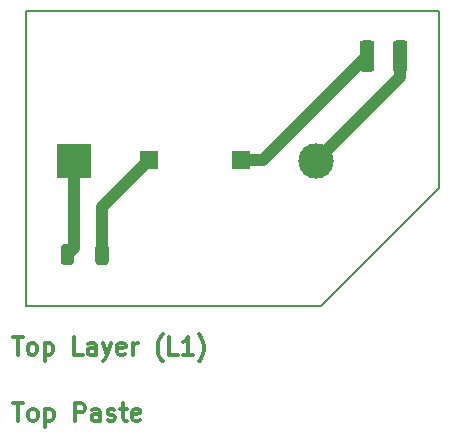
<source format=gbr>
%TF.GenerationSoftware,KiCad,Pcbnew,(5.1.9)-1*%
%TF.CreationDate,2024-06-03T11:22:04+08:00*%
%TF.ProjectId,task1,7461736b-312e-46b6-9963-61645f706362,rev?*%
%TF.SameCoordinates,Original*%
%TF.FileFunction,Copper,L1,Top*%
%TF.FilePolarity,Positive*%
%FSLAX46Y46*%
G04 Gerber Fmt 4.6, Leading zero omitted, Abs format (unit mm)*
G04 Created by KiCad (PCBNEW (5.1.9)-1) date 2024-06-03 11:22:04*
%MOMM*%
%LPD*%
G01*
G04 APERTURE LIST*
%TA.AperFunction,NonConductor*%
%ADD10C,0.300000*%
%TD*%
%TA.AperFunction,Profile*%
%ADD11C,0.200000*%
%TD*%
%TA.AperFunction,SMDPad,CuDef*%
%ADD12R,1.500000X1.500000*%
%TD*%
%TA.AperFunction,ComponentPad*%
%ADD13C,3.000000*%
%TD*%
%TA.AperFunction,ComponentPad*%
%ADD14R,3.000000X3.000000*%
%TD*%
%TA.AperFunction,Conductor*%
%ADD15C,1.000000*%
%TD*%
G04 APERTURE END LIST*
D10*
X124735714Y-120278571D02*
X125592857Y-120278571D01*
X125164285Y-121778571D02*
X125164285Y-120278571D01*
X126307142Y-121778571D02*
X126164285Y-121707142D01*
X126092857Y-121635714D01*
X126021428Y-121492857D01*
X126021428Y-121064285D01*
X126092857Y-120921428D01*
X126164285Y-120850000D01*
X126307142Y-120778571D01*
X126521428Y-120778571D01*
X126664285Y-120850000D01*
X126735714Y-120921428D01*
X126807142Y-121064285D01*
X126807142Y-121492857D01*
X126735714Y-121635714D01*
X126664285Y-121707142D01*
X126521428Y-121778571D01*
X126307142Y-121778571D01*
X127450000Y-120778571D02*
X127450000Y-122278571D01*
X127450000Y-120850000D02*
X127592857Y-120778571D01*
X127878571Y-120778571D01*
X128021428Y-120850000D01*
X128092857Y-120921428D01*
X128164285Y-121064285D01*
X128164285Y-121492857D01*
X128092857Y-121635714D01*
X128021428Y-121707142D01*
X127878571Y-121778571D01*
X127592857Y-121778571D01*
X127450000Y-121707142D01*
X129950000Y-121778571D02*
X129950000Y-120278571D01*
X130521428Y-120278571D01*
X130664285Y-120350000D01*
X130735714Y-120421428D01*
X130807142Y-120564285D01*
X130807142Y-120778571D01*
X130735714Y-120921428D01*
X130664285Y-120992857D01*
X130521428Y-121064285D01*
X129950000Y-121064285D01*
X132092857Y-121778571D02*
X132092857Y-120992857D01*
X132021428Y-120850000D01*
X131878571Y-120778571D01*
X131592857Y-120778571D01*
X131450000Y-120850000D01*
X132092857Y-121707142D02*
X131950000Y-121778571D01*
X131592857Y-121778571D01*
X131450000Y-121707142D01*
X131378571Y-121564285D01*
X131378571Y-121421428D01*
X131450000Y-121278571D01*
X131592857Y-121207142D01*
X131950000Y-121207142D01*
X132092857Y-121135714D01*
X132735714Y-121707142D02*
X132878571Y-121778571D01*
X133164285Y-121778571D01*
X133307142Y-121707142D01*
X133378571Y-121564285D01*
X133378571Y-121492857D01*
X133307142Y-121350000D01*
X133164285Y-121278571D01*
X132950000Y-121278571D01*
X132807142Y-121207142D01*
X132735714Y-121064285D01*
X132735714Y-120992857D01*
X132807142Y-120850000D01*
X132950000Y-120778571D01*
X133164285Y-120778571D01*
X133307142Y-120850000D01*
X133807142Y-120778571D02*
X134378571Y-120778571D01*
X134021428Y-120278571D02*
X134021428Y-121564285D01*
X134092857Y-121707142D01*
X134235714Y-121778571D01*
X134378571Y-121778571D01*
X135450000Y-121707142D02*
X135307142Y-121778571D01*
X135021428Y-121778571D01*
X134878571Y-121707142D01*
X134807142Y-121564285D01*
X134807142Y-120992857D01*
X134878571Y-120850000D01*
X135021428Y-120778571D01*
X135307142Y-120778571D01*
X135450000Y-120850000D01*
X135521428Y-120992857D01*
X135521428Y-121135714D01*
X134807142Y-121278571D01*
X124685714Y-114678571D02*
X125542857Y-114678571D01*
X125114285Y-116178571D02*
X125114285Y-114678571D01*
X126257142Y-116178571D02*
X126114285Y-116107142D01*
X126042857Y-116035714D01*
X125971428Y-115892857D01*
X125971428Y-115464285D01*
X126042857Y-115321428D01*
X126114285Y-115250000D01*
X126257142Y-115178571D01*
X126471428Y-115178571D01*
X126614285Y-115250000D01*
X126685714Y-115321428D01*
X126757142Y-115464285D01*
X126757142Y-115892857D01*
X126685714Y-116035714D01*
X126614285Y-116107142D01*
X126471428Y-116178571D01*
X126257142Y-116178571D01*
X127400000Y-115178571D02*
X127400000Y-116678571D01*
X127400000Y-115250000D02*
X127542857Y-115178571D01*
X127828571Y-115178571D01*
X127971428Y-115250000D01*
X128042857Y-115321428D01*
X128114285Y-115464285D01*
X128114285Y-115892857D01*
X128042857Y-116035714D01*
X127971428Y-116107142D01*
X127828571Y-116178571D01*
X127542857Y-116178571D01*
X127400000Y-116107142D01*
X130614285Y-116178571D02*
X129900000Y-116178571D01*
X129900000Y-114678571D01*
X131757142Y-116178571D02*
X131757142Y-115392857D01*
X131685714Y-115250000D01*
X131542857Y-115178571D01*
X131257142Y-115178571D01*
X131114285Y-115250000D01*
X131757142Y-116107142D02*
X131614285Y-116178571D01*
X131257142Y-116178571D01*
X131114285Y-116107142D01*
X131042857Y-115964285D01*
X131042857Y-115821428D01*
X131114285Y-115678571D01*
X131257142Y-115607142D01*
X131614285Y-115607142D01*
X131757142Y-115535714D01*
X132328571Y-115178571D02*
X132685714Y-116178571D01*
X133042857Y-115178571D02*
X132685714Y-116178571D01*
X132542857Y-116535714D01*
X132471428Y-116607142D01*
X132328571Y-116678571D01*
X134185714Y-116107142D02*
X134042857Y-116178571D01*
X133757142Y-116178571D01*
X133614285Y-116107142D01*
X133542857Y-115964285D01*
X133542857Y-115392857D01*
X133614285Y-115250000D01*
X133757142Y-115178571D01*
X134042857Y-115178571D01*
X134185714Y-115250000D01*
X134257142Y-115392857D01*
X134257142Y-115535714D01*
X133542857Y-115678571D01*
X134900000Y-116178571D02*
X134900000Y-115178571D01*
X134900000Y-115464285D02*
X134971428Y-115321428D01*
X135042857Y-115250000D01*
X135185714Y-115178571D01*
X135328571Y-115178571D01*
X137400000Y-116750000D02*
X137328571Y-116678571D01*
X137185714Y-116464285D01*
X137114285Y-116321428D01*
X137042857Y-116107142D01*
X136971428Y-115750000D01*
X136971428Y-115464285D01*
X137042857Y-115107142D01*
X137114285Y-114892857D01*
X137185714Y-114750000D01*
X137328571Y-114535714D01*
X137400000Y-114464285D01*
X138685714Y-116178571D02*
X137971428Y-116178571D01*
X137971428Y-114678571D01*
X139971428Y-116178571D02*
X139114285Y-116178571D01*
X139542857Y-116178571D02*
X139542857Y-114678571D01*
X139400000Y-114892857D01*
X139257142Y-115035714D01*
X139114285Y-115107142D01*
X140471428Y-116750000D02*
X140542857Y-116678571D01*
X140685714Y-116464285D01*
X140757142Y-116321428D01*
X140828571Y-116107142D01*
X140900000Y-115750000D01*
X140900000Y-115464285D01*
X140828571Y-115107142D01*
X140757142Y-114892857D01*
X140685714Y-114750000D01*
X140542857Y-114535714D01*
X140471428Y-114464285D01*
D11*
X160787600Y-102085200D02*
X150787600Y-112085200D01*
X160787600Y-87085200D02*
X160787600Y-102085200D01*
X125787600Y-112085200D02*
X150787600Y-112085200D01*
X125787600Y-87085200D02*
X125787600Y-112085200D01*
X125787600Y-87085200D02*
X160787600Y-87085200D01*
D12*
%TO.P,SW1,2*%
%TO.N,Net-(R1-Pad2)*%
X136200000Y-99700000D03*
%TO.P,SW1,1*%
%TO.N,Net-(D1-Pad2)*%
X144000000Y-99700000D03*
%TD*%
%TO.P,R1,2*%
%TO.N,Net-(R1-Pad2)*%
%TA.AperFunction,SMDPad,CuDef*%
G36*
G01*
X131700000Y-108325001D02*
X131700000Y-107074999D01*
G75*
G02*
X131949999Y-106825000I249999J0D01*
G01*
X132575001Y-106825000D01*
G75*
G02*
X132825000Y-107074999I0J-249999D01*
G01*
X132825000Y-108325001D01*
G75*
G02*
X132575001Y-108575000I-249999J0D01*
G01*
X131949999Y-108575000D01*
G75*
G02*
X131700000Y-108325001I0J249999D01*
G01*
G37*
%TD.AperFunction*%
%TO.P,R1,1*%
%TO.N,Net-(BT1-Pad1)*%
%TA.AperFunction,SMDPad,CuDef*%
G36*
G01*
X128775000Y-108325001D02*
X128775000Y-107074999D01*
G75*
G02*
X129024999Y-106825000I249999J0D01*
G01*
X129650001Y-106825000D01*
G75*
G02*
X129900000Y-107074999I0J-249999D01*
G01*
X129900000Y-108325001D01*
G75*
G02*
X129650001Y-108575000I-249999J0D01*
G01*
X129024999Y-108575000D01*
G75*
G02*
X128775000Y-108325001I0J249999D01*
G01*
G37*
%TD.AperFunction*%
%TD*%
%TO.P,D1,2*%
%TO.N,Net-(D1-Pad2)*%
%TA.AperFunction,SMDPad,CuDef*%
G36*
G01*
X155325000Y-89825000D02*
X155325000Y-91975000D01*
G75*
G02*
X155075000Y-92225000I-250000J0D01*
G01*
X154325000Y-92225000D01*
G75*
G02*
X154075000Y-91975000I0J250000D01*
G01*
X154075000Y-89825000D01*
G75*
G02*
X154325000Y-89575000I250000J0D01*
G01*
X155075000Y-89575000D01*
G75*
G02*
X155325000Y-89825000I0J-250000D01*
G01*
G37*
%TD.AperFunction*%
%TO.P,D1,1*%
%TO.N,Net-(BT1-Pad2)*%
%TA.AperFunction,SMDPad,CuDef*%
G36*
G01*
X158125000Y-89825000D02*
X158125000Y-91975000D01*
G75*
G02*
X157875000Y-92225000I-250000J0D01*
G01*
X157125000Y-92225000D01*
G75*
G02*
X156875000Y-91975000I0J250000D01*
G01*
X156875000Y-89825000D01*
G75*
G02*
X157125000Y-89575000I250000J0D01*
G01*
X157875000Y-89575000D01*
G75*
G02*
X158125000Y-89825000I0J-250000D01*
G01*
G37*
%TD.AperFunction*%
%TD*%
D13*
%TO.P,BT1,2*%
%TO.N,Net-(BT1-Pad2)*%
X150390000Y-99800000D03*
D14*
%TO.P,BT1,1*%
%TO.N,Net-(BT1-Pad1)*%
X129900000Y-99800000D03*
%TD*%
D15*
%TO.N,Net-(BT1-Pad2)*%
X157500000Y-92690000D02*
X150390000Y-99800000D01*
X157500000Y-90900000D02*
X157500000Y-92690000D01*
%TO.N,Net-(BT1-Pad1)*%
X129900000Y-107137500D02*
X129337500Y-107700000D01*
X129900000Y-99800000D02*
X129900000Y-107137500D01*
%TO.N,Net-(D1-Pad2)*%
X145900000Y-99700000D02*
X154700000Y-90900000D01*
X144000000Y-99700000D02*
X145900000Y-99700000D01*
%TO.N,Net-(R1-Pad2)*%
X132262500Y-103637500D02*
X136200000Y-99700000D01*
X132262500Y-107700000D02*
X132262500Y-103637500D01*
%TD*%
M02*

</source>
